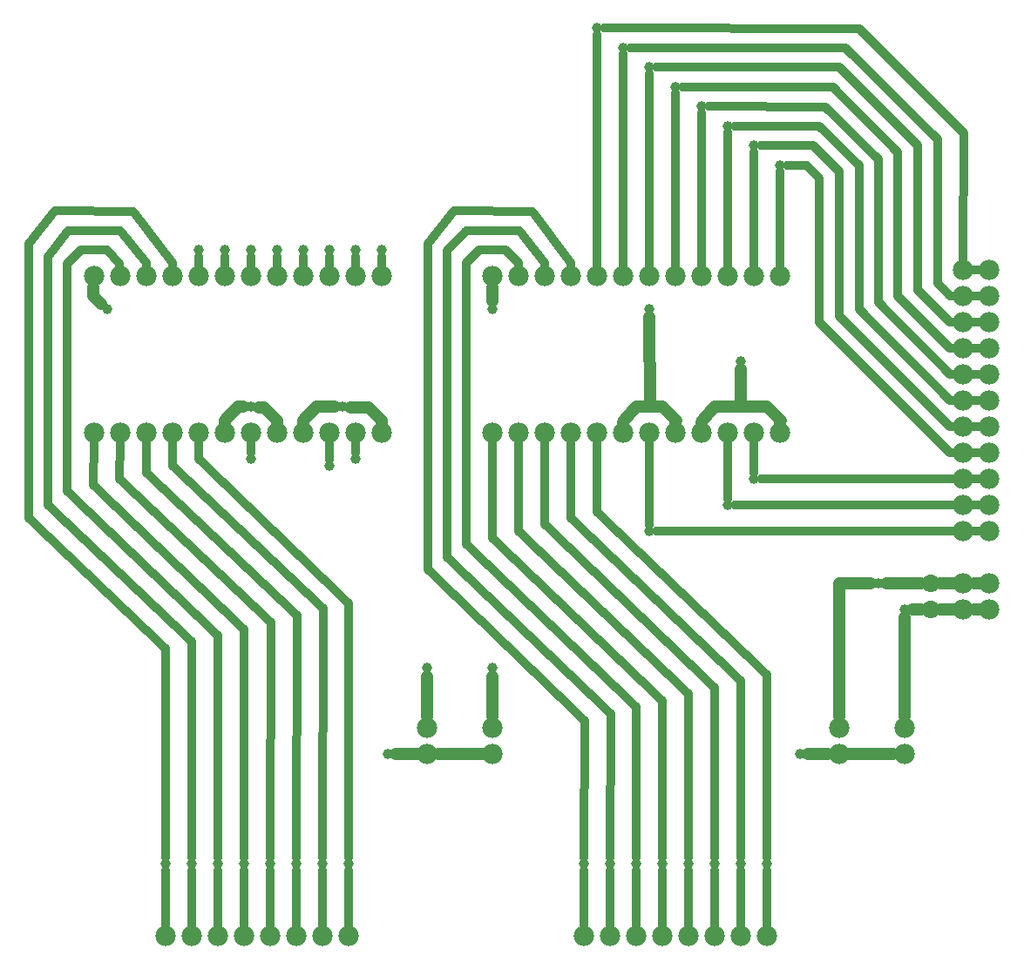
<source format=gbl>
G04 MADE WITH FRITZING*
G04 WWW.FRITZING.ORG*
G04 DOUBLE SIDED*
G04 HOLES PLATED*
G04 CONTOUR ON CENTER OF CONTOUR VECTOR*
%ASAXBY*%
%FSLAX23Y23*%
%MOIN*%
%OFA0B0*%
%SFA1.0B1.0*%
%ADD10C,0.039370*%
%ADD11C,0.078000*%
%ADD12C,0.070000*%
%ADD13C,0.048000*%
%ADD14C,0.032000*%
%LNCOPPER0*%
G90*
G70*
G54D10*
X468Y2522D03*
G54D11*
X1943Y919D03*
X1943Y819D03*
X1693Y919D03*
X1693Y819D03*
X3518Y919D03*
X3518Y819D03*
X3268Y919D03*
X3268Y819D03*
G54D10*
X1543Y819D03*
X3118Y819D03*
X1943Y1147D03*
X1693Y1147D03*
X2343Y3597D03*
X2443Y3522D03*
X2543Y3447D03*
X2643Y3372D03*
X2743Y3297D03*
X2843Y3222D03*
X2943Y3147D03*
X3043Y3072D03*
X1518Y2747D03*
X1418Y2747D03*
X1318Y2747D03*
X1218Y2747D03*
X1118Y2747D03*
X1018Y2747D03*
X918Y2747D03*
X818Y2747D03*
X2543Y1672D03*
X2843Y1772D03*
X2943Y1872D03*
X1368Y2147D03*
X1418Y1947D03*
X1318Y1922D03*
X1018Y1947D03*
X1018Y2147D03*
X1943Y2522D03*
G54D11*
X418Y2647D03*
X518Y2647D03*
X618Y2647D03*
X718Y2647D03*
X818Y2647D03*
X918Y2647D03*
X1018Y2647D03*
X1118Y2647D03*
X1218Y2647D03*
X1318Y2647D03*
X1418Y2647D03*
X1518Y2647D03*
X1943Y2647D03*
X2043Y2647D03*
X2143Y2647D03*
X2243Y2647D03*
X2343Y2647D03*
X2443Y2647D03*
X2543Y2647D03*
X2643Y2647D03*
X2743Y2647D03*
X2843Y2647D03*
X2943Y2647D03*
X3043Y2647D03*
X418Y2047D03*
X518Y2047D03*
X618Y2047D03*
X718Y2047D03*
X818Y2047D03*
X918Y2047D03*
X1018Y2047D03*
X1118Y2047D03*
X1218Y2047D03*
X1318Y2047D03*
X1418Y2047D03*
X1518Y2047D03*
X1943Y2047D03*
X2043Y2047D03*
X2143Y2047D03*
X2243Y2047D03*
X2343Y2047D03*
X2443Y2047D03*
X2543Y2047D03*
X2643Y2047D03*
X2743Y2047D03*
X2843Y2047D03*
X2943Y2047D03*
X3043Y2047D03*
G54D10*
X693Y397D03*
X793Y397D03*
X893Y397D03*
X993Y397D03*
X1093Y397D03*
X1193Y397D03*
X1293Y397D03*
X1393Y397D03*
X2293Y397D03*
X2393Y397D03*
X2493Y397D03*
X2593Y397D03*
X2693Y397D03*
X2793Y397D03*
X2893Y397D03*
X2993Y397D03*
G54D12*
X3618Y1472D03*
X3618Y1371D03*
G54D11*
X1093Y122D03*
X1193Y122D03*
X1293Y122D03*
X1393Y122D03*
X2593Y122D03*
X2493Y122D03*
X2393Y122D03*
X2293Y122D03*
X693Y122D03*
X793Y122D03*
X893Y122D03*
X993Y122D03*
X2993Y122D03*
X2893Y122D03*
X2793Y122D03*
X2693Y122D03*
X3843Y2672D03*
X3843Y2572D03*
X3843Y2472D03*
X3843Y2372D03*
X3843Y2272D03*
X3843Y2172D03*
X3843Y2072D03*
X3843Y1972D03*
X3843Y1872D03*
X3843Y1772D03*
X3843Y1672D03*
X3743Y2672D03*
X3743Y2572D03*
X3743Y2472D03*
X3743Y2372D03*
X3743Y2272D03*
X3743Y2172D03*
X3743Y2072D03*
X3743Y1972D03*
X3743Y1872D03*
X3743Y1772D03*
X3743Y1672D03*
X3843Y1472D03*
X3843Y1372D03*
X3743Y1472D03*
X3743Y1372D03*
G54D10*
X3518Y1372D03*
X2543Y2522D03*
X2893Y2322D03*
X3418Y1472D03*
G54D13*
X446Y2542D02*
X417Y2570D01*
D02*
X417Y2570D02*
X417Y2605D01*
G54D14*
D02*
X719Y1922D02*
X718Y2011D01*
D02*
X1294Y1374D02*
X719Y1922D01*
D02*
X1293Y421D02*
X1294Y1374D01*
D02*
X1393Y1395D02*
X1393Y421D01*
D02*
X818Y1948D02*
X1393Y1395D01*
D02*
X818Y2011D02*
X818Y1948D01*
D02*
X1194Y1348D02*
X620Y1896D01*
D02*
X620Y1896D02*
X618Y2011D01*
D02*
X1193Y421D02*
X1194Y1348D01*
D02*
X1095Y1322D02*
X516Y1870D01*
D02*
X516Y1870D02*
X518Y2011D01*
D02*
X1093Y421D02*
X1095Y1322D01*
D02*
X991Y1296D02*
X417Y1849D01*
D02*
X417Y1849D02*
X418Y2011D01*
D02*
X993Y421D02*
X991Y1296D01*
D02*
X893Y421D02*
X892Y1270D01*
D02*
X892Y1270D02*
X317Y1823D01*
D02*
X317Y1823D02*
X317Y2695D01*
D02*
X317Y2695D02*
X369Y2747D01*
D02*
X369Y2747D02*
X469Y2747D01*
D02*
X469Y2747D02*
X516Y2695D01*
D02*
X516Y2695D02*
X517Y2682D01*
D02*
X618Y2697D02*
X618Y2682D01*
D02*
X518Y2822D02*
X618Y2697D01*
D02*
X318Y2822D02*
X518Y2822D01*
D02*
X243Y2722D02*
X318Y2822D01*
D02*
X243Y1772D02*
X243Y2722D01*
D02*
X793Y1247D02*
X243Y1772D01*
D02*
X793Y421D02*
X793Y1247D01*
D02*
X168Y2772D02*
X268Y2897D01*
D02*
X268Y2897D02*
X568Y2894D01*
D02*
X168Y1722D02*
X168Y2772D01*
D02*
X568Y2894D02*
X718Y2697D01*
D02*
X693Y1222D02*
X168Y1722D01*
D02*
X718Y2697D02*
X718Y2682D01*
D02*
X693Y421D02*
X693Y1222D01*
D02*
X2342Y1746D02*
X2343Y2011D01*
D02*
X2993Y1122D02*
X2342Y1746D01*
D02*
X2993Y421D02*
X2993Y1122D01*
D02*
X2242Y1720D02*
X2243Y2011D01*
D02*
X2893Y1097D02*
X2242Y1720D01*
D02*
X2893Y421D02*
X2893Y1097D01*
D02*
X2793Y421D02*
X2793Y1072D01*
D02*
X2793Y1072D02*
X2142Y1698D01*
D02*
X2142Y1698D02*
X2143Y2011D01*
D02*
X2693Y1047D02*
X2042Y1672D01*
D02*
X2042Y1672D02*
X2043Y2011D01*
D02*
X2693Y421D02*
X2693Y1047D01*
D02*
X2593Y1022D02*
X1942Y1646D01*
D02*
X1942Y1646D02*
X1943Y2011D01*
D02*
X2593Y421D02*
X2593Y1022D01*
D02*
X1843Y2697D02*
X1893Y2747D01*
D02*
X1893Y2747D02*
X1993Y2747D01*
D02*
X1842Y1620D02*
X1843Y2697D01*
D02*
X1993Y2747D02*
X2043Y2697D01*
D02*
X2493Y997D02*
X1842Y1620D01*
D02*
X2043Y2697D02*
X2043Y2682D01*
D02*
X2493Y421D02*
X2493Y997D01*
D02*
X2394Y972D02*
X1768Y1572D01*
D02*
X1768Y1572D02*
X1768Y2746D01*
D02*
X2393Y421D02*
X2394Y972D01*
D02*
X1768Y2746D02*
X1842Y2820D01*
D02*
X1842Y2820D02*
X2046Y2822D01*
D02*
X2046Y2822D02*
X2142Y2698D01*
D02*
X2142Y2698D02*
X2142Y2682D01*
D02*
X2242Y2698D02*
X2242Y2682D01*
D02*
X2096Y2894D02*
X2242Y2698D01*
D02*
X1794Y2898D02*
X2096Y2894D01*
D02*
X1694Y2772D02*
X1794Y2898D01*
D02*
X1694Y1523D02*
X1694Y2772D01*
D02*
X2294Y946D02*
X1694Y1523D01*
D02*
X2293Y421D02*
X2294Y946D01*
G54D13*
D02*
X3581Y1371D02*
X3548Y1372D01*
D02*
X3655Y1371D02*
X3702Y1372D01*
D02*
X3702Y1472D02*
X3655Y1472D01*
D02*
X3581Y1472D02*
X3448Y1472D01*
D02*
X3268Y960D02*
X3268Y1472D01*
D02*
X3268Y1472D02*
X3388Y1472D01*
D02*
X3518Y960D02*
X3518Y1341D01*
D02*
X3227Y819D02*
X3148Y819D01*
D02*
X1902Y819D02*
X1734Y819D01*
D02*
X3477Y819D02*
X3309Y819D01*
D02*
X1573Y819D02*
X1652Y819D01*
D02*
X1943Y1116D02*
X1943Y960D01*
D02*
X1693Y960D02*
X1693Y1116D01*
G54D14*
D02*
X2843Y1796D02*
X2843Y2011D01*
D02*
X3692Y1672D02*
X2568Y1672D01*
D02*
X2743Y2682D02*
X2743Y3272D01*
D02*
X2643Y2682D02*
X2643Y3347D01*
D02*
X2543Y2682D02*
X2543Y3422D01*
D02*
X2443Y2682D02*
X2443Y3497D01*
D02*
X2343Y2682D02*
X2343Y3572D01*
D02*
X1518Y2682D02*
X1518Y2722D01*
D02*
X818Y2682D02*
X818Y2722D01*
D02*
X918Y2722D02*
X918Y2682D01*
D02*
X1018Y2722D02*
X1018Y2682D01*
D02*
X1118Y2722D02*
X1118Y2682D01*
D02*
X1218Y2722D02*
X1218Y2682D01*
D02*
X1318Y2722D02*
X1318Y2682D01*
D02*
X1418Y2722D02*
X1418Y2682D01*
G54D13*
D02*
X2792Y2147D02*
X2744Y2096D01*
D02*
X2992Y2147D02*
X2792Y2147D01*
D02*
X3044Y2096D02*
X2992Y2147D01*
D02*
X2744Y2096D02*
X2743Y2088D01*
D02*
X3043Y2088D02*
X3044Y2096D01*
D02*
X1468Y2146D02*
X1398Y2146D01*
D02*
X1519Y2096D02*
X1468Y2146D01*
D02*
X1338Y2147D02*
X1268Y2147D01*
D02*
X1268Y2147D02*
X1219Y2096D01*
D02*
X1219Y2096D02*
X1219Y2088D01*
D02*
X1519Y2088D02*
X1519Y2096D01*
G54D14*
D02*
X1418Y2011D02*
X1418Y1971D01*
D02*
X1318Y1946D02*
X1318Y2011D01*
D02*
X1018Y1971D02*
X1018Y2011D01*
G54D13*
D02*
X968Y2147D02*
X988Y2147D01*
D02*
X1068Y2146D02*
X1119Y2096D01*
D02*
X1048Y2146D02*
X1068Y2146D01*
D02*
X919Y2096D02*
X968Y2147D01*
D02*
X1119Y2096D02*
X1119Y2088D01*
D02*
X919Y2088D02*
X919Y2096D01*
G54D14*
D02*
X2543Y1696D02*
X2543Y2011D01*
D02*
X2943Y1896D02*
X2943Y2011D01*
D02*
X3692Y1872D02*
X2968Y1872D01*
G54D13*
D02*
X2892Y2147D02*
X2992Y2147D01*
D02*
X2992Y2147D02*
X3044Y2096D01*
D02*
X3044Y2096D02*
X3043Y2088D01*
D02*
X2893Y2291D02*
X2892Y2147D01*
D02*
X2592Y2147D02*
X2492Y2147D01*
D02*
X2492Y2147D02*
X2444Y2096D01*
D02*
X2644Y2096D02*
X2592Y2147D01*
D02*
X2444Y2096D02*
X2443Y2088D01*
D02*
X2643Y2088D02*
X2644Y2096D01*
D02*
X1943Y2605D02*
X1943Y2552D01*
G54D14*
D02*
X2368Y3597D02*
X3346Y3594D01*
D02*
X3346Y3594D02*
X3744Y3196D01*
D02*
X3744Y3196D02*
X3743Y2707D01*
D02*
X3692Y2572D02*
X3707Y2572D01*
D02*
X3644Y2620D02*
X3692Y2572D01*
D02*
X3644Y3172D02*
X3644Y2620D01*
D02*
X3292Y3520D02*
X3644Y3172D01*
D02*
X2468Y3522D02*
X3292Y3520D01*
D02*
X2568Y3447D02*
X3268Y3447D01*
D02*
X3268Y3447D02*
X3568Y3147D01*
D02*
X3568Y3147D02*
X3568Y2596D01*
D02*
X3568Y2596D02*
X3692Y2472D01*
D02*
X3692Y2472D02*
X3707Y2472D01*
D02*
X3692Y2372D02*
X3707Y2372D01*
D02*
X3492Y2572D02*
X3692Y2372D01*
D02*
X3492Y3120D02*
X3492Y2572D01*
D02*
X3244Y3372D02*
X3492Y3120D01*
D02*
X2668Y3372D02*
X3244Y3372D01*
D02*
X3419Y3096D02*
X3419Y2547D01*
D02*
X3217Y3296D02*
X3419Y3096D01*
D02*
X2768Y3297D02*
X3217Y3296D01*
D02*
X3419Y2547D02*
X3692Y2272D01*
D02*
X3692Y2272D02*
X3707Y2272D01*
D02*
X3692Y2172D02*
X3707Y2172D01*
D02*
X3344Y2520D02*
X3692Y2172D01*
D02*
X3344Y3072D02*
X3344Y2520D01*
D02*
X3192Y3220D02*
X3344Y3072D01*
D02*
X2868Y3222D02*
X3192Y3220D01*
D02*
X2843Y2682D02*
X2843Y3197D01*
D02*
X3692Y2072D02*
X3707Y2072D01*
D02*
X3268Y2496D02*
X3692Y2072D01*
D02*
X3268Y3047D02*
X3268Y2496D01*
D02*
X3168Y3147D02*
X3268Y3047D01*
D02*
X2968Y3147D02*
X3168Y3147D01*
D02*
X2943Y2682D02*
X2943Y3122D01*
D02*
X3144Y3072D02*
X3192Y3020D01*
D02*
X3692Y1972D02*
X3707Y1972D01*
D02*
X3192Y2472D02*
X3692Y1972D01*
D02*
X3192Y3020D02*
X3192Y2472D01*
D02*
X3068Y3072D02*
X3144Y3072D01*
D02*
X3043Y2682D02*
X3043Y3047D01*
G54D13*
D02*
X2544Y2147D02*
X2492Y2147D01*
D02*
X2492Y2147D02*
X2444Y2096D01*
D02*
X2444Y2096D02*
X2443Y2088D01*
D02*
X2543Y2491D02*
X2544Y2147D01*
G54D14*
D02*
X3779Y2672D02*
X3807Y2672D01*
D02*
X3779Y2572D02*
X3807Y2572D01*
D02*
X3779Y2472D02*
X3807Y2472D01*
D02*
X3779Y2372D02*
X3807Y2372D01*
D02*
X3779Y2272D02*
X3807Y2272D01*
D02*
X3779Y2172D02*
X3807Y2172D01*
D02*
X3779Y2072D02*
X3807Y2072D01*
D02*
X3779Y1972D02*
X3807Y1972D01*
D02*
X3779Y1872D02*
X3807Y1872D01*
D02*
X3779Y1772D02*
X3807Y1772D01*
D02*
X3779Y1672D02*
X3807Y1672D01*
G54D13*
D02*
X3784Y1472D02*
X3802Y1472D01*
D02*
X3784Y1372D02*
X3802Y1372D01*
G54D14*
D02*
X1393Y372D02*
X1393Y157D01*
D02*
X1093Y372D02*
X1093Y157D01*
D02*
X1193Y372D02*
X1193Y157D01*
D02*
X1293Y372D02*
X1293Y157D01*
D02*
X893Y157D02*
X893Y372D01*
D02*
X693Y372D02*
X693Y157D01*
D02*
X993Y372D02*
X993Y157D01*
D02*
X793Y372D02*
X793Y157D01*
D02*
X2293Y372D02*
X2293Y157D01*
D02*
X2393Y372D02*
X2393Y157D01*
D02*
X2493Y372D02*
X2493Y157D01*
D02*
X2593Y372D02*
X2593Y157D01*
D02*
X2793Y372D02*
X2793Y157D01*
D02*
X2693Y372D02*
X2693Y157D01*
D02*
X2993Y372D02*
X2993Y157D01*
D02*
X2893Y372D02*
X2893Y157D01*
D02*
X3692Y1772D02*
X2868Y1772D01*
D02*
X3707Y1772D02*
X3692Y1772D01*
D02*
X3707Y1672D02*
X3692Y1672D01*
D02*
X3707Y1872D02*
X3692Y1872D01*
G04 End of Copper0*
M02*
</source>
